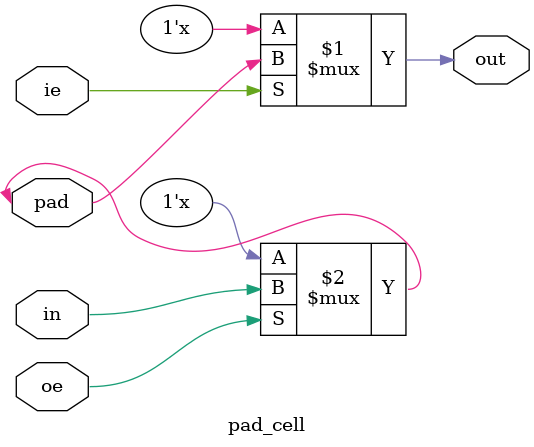
<source format=v>
module pad_cell (
    output out,
    input in,
    input ie,
    input oe,
    inout pad
);
    bufif1 g1(out, pad, ie);
    bufif1 g2(pad, in, oe);
endmodule


</source>
